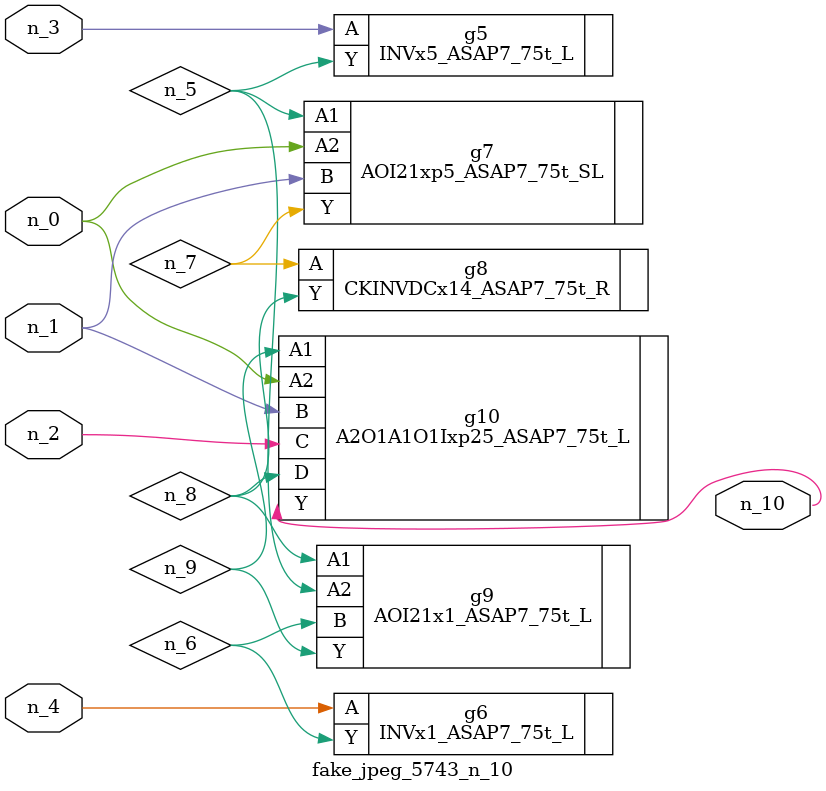
<source format=v>
module fake_jpeg_5743_n_10 (n_3, n_2, n_1, n_0, n_4, n_10);

input n_3;
input n_2;
input n_1;
input n_0;
input n_4;

output n_10;

wire n_8;
wire n_9;
wire n_6;
wire n_5;
wire n_7;

INVx5_ASAP7_75t_L g5 ( 
.A(n_3),
.Y(n_5)
);

INVx1_ASAP7_75t_L g6 ( 
.A(n_4),
.Y(n_6)
);

AOI21xp5_ASAP7_75t_SL g7 ( 
.A1(n_5),
.A2(n_0),
.B(n_1),
.Y(n_7)
);

CKINVDCx14_ASAP7_75t_R g8 ( 
.A(n_7),
.Y(n_8)
);

AOI21x1_ASAP7_75t_L g9 ( 
.A1(n_8),
.A2(n_5),
.B(n_6),
.Y(n_9)
);

A2O1A1O1Ixp25_ASAP7_75t_L g10 ( 
.A1(n_9),
.A2(n_0),
.B(n_1),
.C(n_2),
.D(n_8),
.Y(n_10)
);


endmodule
</source>
